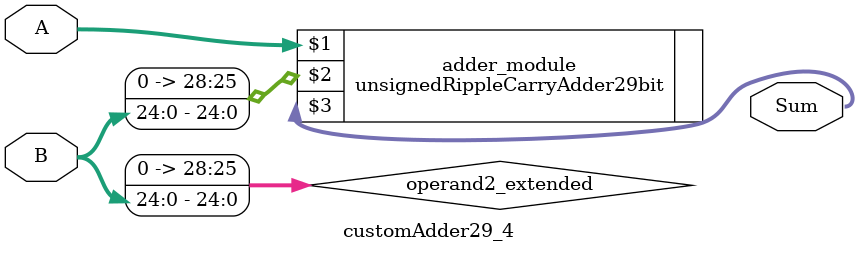
<source format=v>

module customAdder29_4(
                    input [28 : 0] A,
                    input [24 : 0] B,
                    
                    output [29 : 0] Sum
            );

    wire [28 : 0] operand2_extended;
    
    assign operand2_extended =  {4'b0, B};
    
    unsignedRippleCarryAdder29bit adder_module(
        A,
        operand2_extended,
        Sum
    );
    
endmodule
        
</source>
